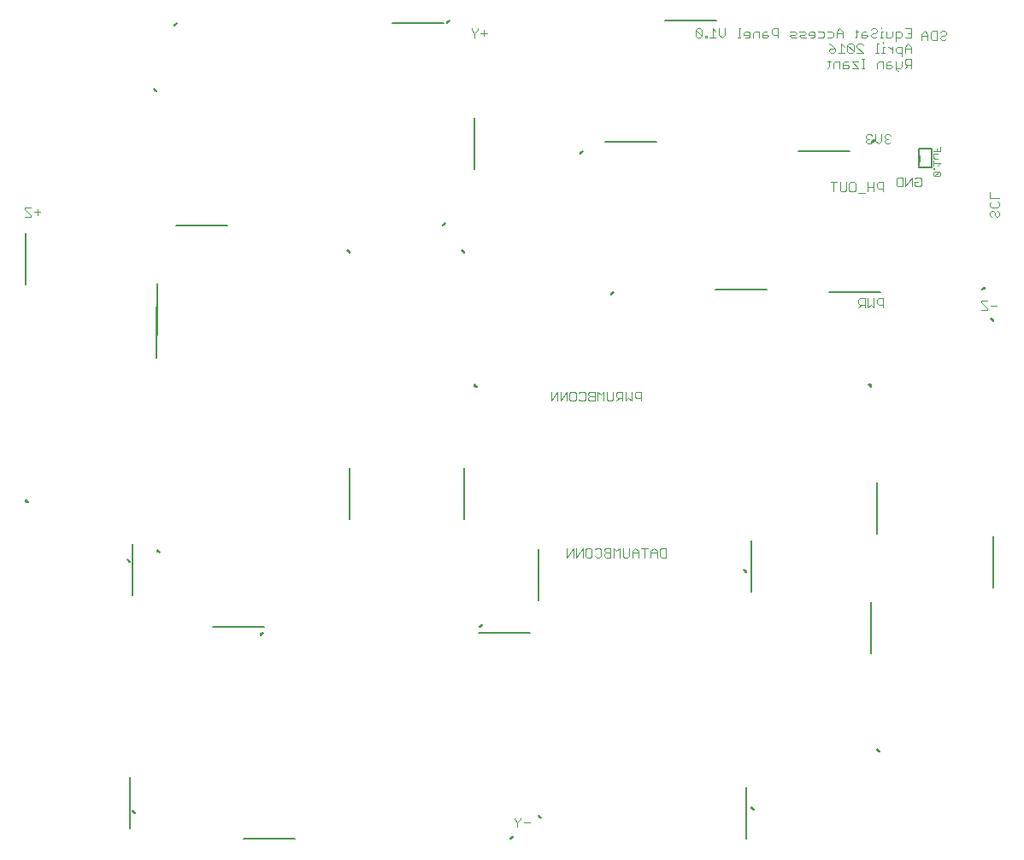
<source format=gbo>
G75*
%MOIN*%
%OFA0B0*%
%FSLAX25Y25*%
%IPPOS*%
%LPD*%
%AMOC8*
5,1,8,0,0,1.08239X$1,22.5*
%
%ADD10C,0.00300*%
%ADD11C,0.00500*%
%ADD12C,0.00600*%
%ADD13C,0.00200*%
D10*
X0261760Y0053315D02*
X0261760Y0055135D01*
X0260546Y0056349D01*
X0260546Y0056955D01*
X0261760Y0055135D02*
X0262973Y0056349D01*
X0262973Y0056955D01*
X0264171Y0055135D02*
X0266598Y0055135D01*
X0281070Y0158630D02*
X0281070Y0162270D01*
X0283496Y0162270D02*
X0281070Y0158630D01*
X0283496Y0158630D02*
X0283496Y0162270D01*
X0284695Y0162270D02*
X0284695Y0158630D01*
X0287121Y0162270D01*
X0287121Y0158630D01*
X0288320Y0159237D02*
X0288320Y0161664D01*
X0288927Y0162270D01*
X0290140Y0162270D01*
X0290747Y0161664D01*
X0290747Y0159237D01*
X0290140Y0158630D01*
X0288927Y0158630D01*
X0288320Y0159237D01*
X0291945Y0159237D02*
X0292552Y0158630D01*
X0293765Y0158630D01*
X0294372Y0159237D01*
X0294372Y0161664D01*
X0293765Y0162270D01*
X0292552Y0162270D01*
X0291945Y0161664D01*
X0295570Y0161664D02*
X0295570Y0161057D01*
X0296177Y0160450D01*
X0297997Y0160450D01*
X0297997Y0158630D02*
X0296177Y0158630D01*
X0295570Y0159237D01*
X0295570Y0159844D01*
X0296177Y0160450D01*
X0295570Y0161664D02*
X0296177Y0162270D01*
X0297997Y0162270D01*
X0297997Y0158630D01*
X0299195Y0158630D02*
X0299195Y0162270D01*
X0300409Y0161057D01*
X0301622Y0162270D01*
X0301622Y0158630D01*
X0302820Y0159237D02*
X0302820Y0162270D01*
X0305247Y0162270D02*
X0305247Y0159237D01*
X0304640Y0158630D01*
X0303427Y0158630D01*
X0302820Y0159237D01*
X0306445Y0158630D02*
X0306445Y0161057D01*
X0307659Y0162270D01*
X0308872Y0161057D01*
X0308872Y0158630D01*
X0308872Y0160450D02*
X0306445Y0160450D01*
X0310071Y0162270D02*
X0312497Y0162270D01*
X0311284Y0162270D02*
X0311284Y0158630D01*
X0313696Y0158630D02*
X0313696Y0161057D01*
X0314909Y0162270D01*
X0316123Y0161057D01*
X0316123Y0158630D01*
X0317321Y0159237D02*
X0317321Y0161664D01*
X0317928Y0162270D01*
X0319748Y0162270D01*
X0319748Y0158630D01*
X0317928Y0158630D01*
X0317321Y0159237D01*
X0316123Y0160450D02*
X0313696Y0160450D01*
X0309905Y0219654D02*
X0309905Y0223294D01*
X0308085Y0223294D01*
X0307478Y0222687D01*
X0307478Y0221474D01*
X0308085Y0220867D01*
X0309905Y0220867D01*
X0306280Y0219654D02*
X0306280Y0223294D01*
X0303853Y0223294D02*
X0303853Y0219654D01*
X0305067Y0220867D01*
X0306280Y0219654D01*
X0302655Y0219654D02*
X0302655Y0223294D01*
X0300835Y0223294D01*
X0300228Y0222687D01*
X0300228Y0221474D01*
X0300835Y0220867D01*
X0302655Y0220867D01*
X0301441Y0220867D02*
X0300228Y0219654D01*
X0299030Y0220261D02*
X0298423Y0219654D01*
X0297210Y0219654D01*
X0296603Y0220261D01*
X0296603Y0223294D01*
X0295405Y0223294D02*
X0294191Y0222081D01*
X0292978Y0223294D01*
X0292978Y0219654D01*
X0291779Y0219654D02*
X0291779Y0223294D01*
X0289959Y0223294D01*
X0289353Y0222687D01*
X0289353Y0222081D01*
X0289959Y0221474D01*
X0291779Y0221474D01*
X0289959Y0221474D02*
X0289353Y0220867D01*
X0289353Y0220261D01*
X0289959Y0219654D01*
X0291779Y0219654D01*
X0295405Y0219654D02*
X0295405Y0223294D01*
X0299030Y0223294D02*
X0299030Y0220261D01*
X0288154Y0220261D02*
X0287548Y0219654D01*
X0286334Y0219654D01*
X0285728Y0220261D01*
X0284529Y0220261D02*
X0283922Y0219654D01*
X0282709Y0219654D01*
X0282102Y0220261D01*
X0282102Y0222687D01*
X0282709Y0223294D01*
X0283922Y0223294D01*
X0284529Y0222687D01*
X0284529Y0220261D01*
X0285728Y0222687D02*
X0286334Y0223294D01*
X0287548Y0223294D01*
X0288154Y0222687D01*
X0288154Y0220261D01*
X0280904Y0219654D02*
X0280904Y0223294D01*
X0278477Y0219654D01*
X0278477Y0223294D01*
X0277279Y0223294D02*
X0274852Y0219654D01*
X0274852Y0223294D01*
X0277279Y0223294D02*
X0277279Y0219654D01*
X0385054Y0301347D02*
X0385054Y0304987D01*
X0383841Y0304987D02*
X0386268Y0304987D01*
X0387466Y0304987D02*
X0387466Y0301954D01*
X0388073Y0301347D01*
X0389286Y0301347D01*
X0389893Y0301954D01*
X0389893Y0304987D01*
X0391091Y0304380D02*
X0391698Y0304987D01*
X0392911Y0304987D01*
X0393518Y0304380D01*
X0393518Y0301954D01*
X0392911Y0301347D01*
X0391698Y0301347D01*
X0391091Y0301954D01*
X0391091Y0304380D01*
X0394716Y0300740D02*
X0397143Y0300740D01*
X0398341Y0301347D02*
X0398341Y0304987D01*
X0398341Y0303167D02*
X0400768Y0303167D01*
X0401967Y0303167D02*
X0402573Y0302560D01*
X0404393Y0302560D01*
X0404393Y0301347D02*
X0404393Y0304987D01*
X0402573Y0304987D01*
X0401967Y0304380D01*
X0401967Y0303167D01*
X0400768Y0301347D02*
X0400768Y0304987D01*
X0409480Y0303922D02*
X0409480Y0306349D01*
X0410087Y0306955D01*
X0411907Y0306955D01*
X0411907Y0303315D01*
X0410087Y0303315D01*
X0409480Y0303922D01*
X0413105Y0303315D02*
X0413105Y0306955D01*
X0415532Y0306955D02*
X0413105Y0303315D01*
X0415532Y0303315D02*
X0415532Y0306955D01*
X0416730Y0306349D02*
X0417337Y0306955D01*
X0418550Y0306955D01*
X0419157Y0306349D01*
X0419157Y0303922D01*
X0418550Y0303315D01*
X0417337Y0303315D01*
X0416730Y0303922D01*
X0416730Y0305135D01*
X0417944Y0305135D01*
X0406739Y0320048D02*
X0407346Y0320654D01*
X0406739Y0320048D02*
X0405526Y0320048D01*
X0404919Y0320654D01*
X0404919Y0321261D01*
X0405526Y0321868D01*
X0406133Y0321868D01*
X0405526Y0321868D02*
X0404919Y0322474D01*
X0404919Y0323081D01*
X0405526Y0323688D01*
X0406739Y0323688D01*
X0407346Y0323081D01*
X0403721Y0323688D02*
X0403721Y0321261D01*
X0402508Y0320048D01*
X0401294Y0321261D01*
X0401294Y0323688D01*
X0400096Y0323081D02*
X0399489Y0323688D01*
X0398276Y0323688D01*
X0397669Y0323081D01*
X0397669Y0322474D01*
X0398276Y0321868D01*
X0397669Y0321261D01*
X0397669Y0320654D01*
X0398276Y0320048D01*
X0399489Y0320048D01*
X0400096Y0320654D01*
X0398882Y0321868D02*
X0398276Y0321868D01*
X0409775Y0348362D02*
X0410382Y0348362D01*
X0409775Y0348362D02*
X0409168Y0348969D01*
X0409168Y0352002D01*
X0407363Y0352002D02*
X0406150Y0352002D01*
X0405543Y0351395D01*
X0405543Y0349575D01*
X0407363Y0349575D01*
X0407970Y0350182D01*
X0407363Y0350789D01*
X0405543Y0350789D01*
X0404345Y0352002D02*
X0402525Y0352002D01*
X0401918Y0351395D01*
X0401918Y0349575D01*
X0404345Y0349575D02*
X0404345Y0352002D01*
X0404342Y0355481D02*
X0404342Y0357907D01*
X0404949Y0357907D01*
X0406150Y0357907D02*
X0406756Y0357907D01*
X0407970Y0356694D01*
X0407970Y0355481D02*
X0407970Y0357907D01*
X0409168Y0357301D02*
X0409168Y0356087D01*
X0409775Y0355481D01*
X0411595Y0355481D01*
X0412793Y0355481D02*
X0412793Y0357907D01*
X0414007Y0359121D01*
X0415220Y0357907D01*
X0415220Y0355481D01*
X0415220Y0357301D02*
X0412793Y0357301D01*
X0411595Y0357907D02*
X0409775Y0357907D01*
X0409168Y0357301D01*
X0411595Y0357907D02*
X0411595Y0354267D01*
X0412793Y0352609D02*
X0413400Y0353215D01*
X0415220Y0353215D01*
X0415220Y0349575D01*
X0415220Y0350789D02*
X0413400Y0350789D01*
X0412793Y0351395D01*
X0412793Y0352609D01*
X0411595Y0352002D02*
X0411595Y0350182D01*
X0410988Y0349575D01*
X0409168Y0349575D01*
X0412793Y0349575D02*
X0414007Y0350789D01*
X0404949Y0355481D02*
X0403735Y0355481D01*
X0402532Y0355481D02*
X0401319Y0355481D01*
X0401925Y0355481D02*
X0401925Y0359121D01*
X0402532Y0359121D01*
X0404342Y0359121D02*
X0404342Y0359728D01*
X0404345Y0361386D02*
X0403131Y0361386D01*
X0403738Y0361386D02*
X0403738Y0363813D01*
X0404345Y0363813D01*
X0405543Y0363813D02*
X0405543Y0361386D01*
X0407363Y0361386D01*
X0407970Y0361993D01*
X0407970Y0363813D01*
X0409168Y0363813D02*
X0409168Y0360173D01*
X0409168Y0361386D02*
X0410988Y0361386D01*
X0411595Y0361993D01*
X0411595Y0363206D01*
X0410988Y0363813D01*
X0409168Y0363813D01*
X0412793Y0365026D02*
X0415220Y0365026D01*
X0415220Y0361386D01*
X0412793Y0361386D01*
X0414007Y0363206D02*
X0415220Y0363206D01*
X0419323Y0362829D02*
X0419323Y0360402D01*
X0419323Y0362222D02*
X0421749Y0362222D01*
X0421749Y0362829D02*
X0420536Y0364042D01*
X0419323Y0362829D01*
X0421749Y0362829D02*
X0421749Y0360402D01*
X0422948Y0361009D02*
X0422948Y0363435D01*
X0423554Y0364042D01*
X0425374Y0364042D01*
X0425374Y0360402D01*
X0423554Y0360402D01*
X0422948Y0361009D01*
X0426573Y0361009D02*
X0426573Y0361615D01*
X0427180Y0362222D01*
X0428393Y0362222D01*
X0429000Y0362829D01*
X0429000Y0363435D01*
X0428393Y0364042D01*
X0427180Y0364042D01*
X0426573Y0363435D01*
X0426573Y0361009D02*
X0427180Y0360402D01*
X0428393Y0360402D01*
X0429000Y0361009D01*
X0403738Y0365026D02*
X0403738Y0365633D01*
X0401928Y0364420D02*
X0401928Y0363813D01*
X0401321Y0363206D01*
X0400108Y0363206D01*
X0399501Y0362600D01*
X0399501Y0361993D01*
X0400108Y0361386D01*
X0401321Y0361386D01*
X0401928Y0361993D01*
X0401928Y0364420D02*
X0401321Y0365026D01*
X0400108Y0365026D01*
X0399501Y0364420D01*
X0397696Y0363813D02*
X0396483Y0363813D01*
X0395876Y0363206D01*
X0395876Y0361386D01*
X0397696Y0361386D01*
X0398303Y0361993D01*
X0397696Y0362600D01*
X0395876Y0362600D01*
X0394678Y0363813D02*
X0393464Y0363813D01*
X0394071Y0364420D02*
X0394071Y0361993D01*
X0393464Y0361386D01*
X0392258Y0359121D02*
X0391045Y0359121D01*
X0390438Y0358514D01*
X0392865Y0356087D01*
X0392258Y0355481D01*
X0391045Y0355481D01*
X0390438Y0356087D01*
X0390438Y0358514D01*
X0389240Y0357907D02*
X0388027Y0359121D01*
X0388027Y0355481D01*
X0389240Y0355481D02*
X0386813Y0355481D01*
X0385615Y0356087D02*
X0385615Y0357301D01*
X0383795Y0357301D01*
X0383188Y0356694D01*
X0383188Y0356087D01*
X0383795Y0355481D01*
X0385008Y0355481D01*
X0385615Y0356087D01*
X0385615Y0357301D02*
X0384401Y0358514D01*
X0383188Y0359121D01*
X0382584Y0361386D02*
X0384404Y0361386D01*
X0385011Y0361993D01*
X0385011Y0363206D01*
X0384404Y0363813D01*
X0382584Y0363813D01*
X0381385Y0363206D02*
X0381385Y0361993D01*
X0380779Y0361386D01*
X0378959Y0361386D01*
X0377760Y0361993D02*
X0377154Y0361386D01*
X0375940Y0361386D01*
X0375334Y0362600D02*
X0377760Y0362600D01*
X0377760Y0363206D02*
X0377154Y0363813D01*
X0375940Y0363813D01*
X0375334Y0363206D01*
X0375334Y0362600D01*
X0374135Y0363206D02*
X0373529Y0363813D01*
X0371708Y0363813D01*
X0370510Y0363206D02*
X0369903Y0363813D01*
X0368083Y0363813D01*
X0368690Y0362600D02*
X0369903Y0362600D01*
X0370510Y0363206D01*
X0371708Y0361993D02*
X0372315Y0362600D01*
X0373529Y0362600D01*
X0374135Y0363206D01*
X0374135Y0361386D02*
X0372315Y0361386D01*
X0371708Y0361993D01*
X0370510Y0361386D02*
X0368690Y0361386D01*
X0368083Y0361993D01*
X0368690Y0362600D01*
X0363260Y0362600D02*
X0361440Y0362600D01*
X0360833Y0363206D01*
X0360833Y0364420D01*
X0361440Y0365026D01*
X0363260Y0365026D01*
X0363260Y0361386D01*
X0359635Y0361993D02*
X0359028Y0361386D01*
X0357208Y0361386D01*
X0357208Y0363206D01*
X0357815Y0363813D01*
X0359028Y0363813D01*
X0359028Y0362600D02*
X0357208Y0362600D01*
X0356010Y0363813D02*
X0354189Y0363813D01*
X0353583Y0363206D01*
X0353583Y0361386D01*
X0352384Y0361993D02*
X0352384Y0363206D01*
X0351778Y0363813D01*
X0350564Y0363813D01*
X0349958Y0363206D01*
X0349958Y0362600D01*
X0352384Y0362600D01*
X0352384Y0361993D02*
X0351778Y0361386D01*
X0350564Y0361386D01*
X0348759Y0361386D02*
X0347546Y0361386D01*
X0348153Y0361386D02*
X0348153Y0365026D01*
X0348759Y0365026D01*
X0342717Y0365026D02*
X0342717Y0362600D01*
X0341504Y0361386D01*
X0340291Y0362600D01*
X0340291Y0365026D01*
X0339092Y0363813D02*
X0337879Y0365026D01*
X0337879Y0361386D01*
X0339092Y0361386D02*
X0336666Y0361386D01*
X0335467Y0361386D02*
X0335467Y0361993D01*
X0334860Y0361993D01*
X0334860Y0361386D01*
X0335467Y0361386D01*
X0333655Y0361993D02*
X0333048Y0361386D01*
X0331834Y0361386D01*
X0331228Y0361993D01*
X0331228Y0364420D01*
X0333655Y0361993D01*
X0333655Y0364420D01*
X0333048Y0365026D01*
X0331834Y0365026D01*
X0331228Y0364420D01*
X0356010Y0363813D02*
X0356010Y0361386D01*
X0359028Y0362600D02*
X0359635Y0361993D01*
X0377760Y0361993D02*
X0377760Y0363206D01*
X0378959Y0363813D02*
X0380779Y0363813D01*
X0381385Y0363206D01*
X0386209Y0363206D02*
X0388636Y0363206D01*
X0388636Y0363813D02*
X0387422Y0365026D01*
X0386209Y0363813D01*
X0386209Y0361386D01*
X0388636Y0361386D02*
X0388636Y0363813D01*
X0392258Y0359121D02*
X0392865Y0358514D01*
X0392865Y0356087D01*
X0394063Y0355481D02*
X0396490Y0355481D01*
X0394063Y0357907D01*
X0394063Y0358514D01*
X0394670Y0359121D01*
X0395884Y0359121D01*
X0396490Y0358514D01*
X0396488Y0353215D02*
X0396488Y0349575D01*
X0397094Y0349575D02*
X0395881Y0349575D01*
X0394678Y0349575D02*
X0392251Y0349575D01*
X0391053Y0350182D02*
X0390446Y0350789D01*
X0388626Y0350789D01*
X0388626Y0351395D02*
X0388626Y0349575D01*
X0390446Y0349575D01*
X0391053Y0350182D01*
X0390446Y0352002D02*
X0389232Y0352002D01*
X0388626Y0351395D01*
X0387427Y0352002D02*
X0385607Y0352002D01*
X0385001Y0351395D01*
X0385001Y0349575D01*
X0383196Y0350182D02*
X0382589Y0349575D01*
X0383196Y0350182D02*
X0383196Y0352609D01*
X0383802Y0352002D02*
X0382589Y0352002D01*
X0387427Y0352002D02*
X0387427Y0349575D01*
X0392251Y0352002D02*
X0394678Y0349575D01*
X0394678Y0352002D02*
X0392251Y0352002D01*
X0395881Y0353215D02*
X0397094Y0353215D01*
X0446032Y0301133D02*
X0446032Y0298706D01*
X0449672Y0298706D01*
X0449065Y0297508D02*
X0449672Y0296901D01*
X0449672Y0295687D01*
X0449065Y0295081D01*
X0446639Y0295081D01*
X0446032Y0295687D01*
X0446032Y0296901D01*
X0446639Y0297508D01*
X0446639Y0293882D02*
X0446032Y0293276D01*
X0446032Y0292062D01*
X0446639Y0291456D01*
X0447852Y0292062D02*
X0447852Y0293276D01*
X0447245Y0293882D01*
X0446639Y0293882D01*
X0447852Y0292062D02*
X0448459Y0291456D01*
X0449065Y0291456D01*
X0449672Y0292062D01*
X0449672Y0293276D01*
X0449065Y0293882D01*
X0404393Y0259711D02*
X0402573Y0259711D01*
X0401967Y0259105D01*
X0401967Y0257891D01*
X0402573Y0257285D01*
X0404393Y0257285D01*
X0404393Y0256071D02*
X0404393Y0259711D01*
X0400768Y0259711D02*
X0400768Y0256071D01*
X0399555Y0257285D01*
X0398341Y0256071D01*
X0398341Y0259711D01*
X0397143Y0259711D02*
X0395323Y0259711D01*
X0394716Y0259105D01*
X0394716Y0257891D01*
X0395323Y0257285D01*
X0397143Y0257285D01*
X0395930Y0257285D02*
X0394716Y0256071D01*
X0397143Y0256071D02*
X0397143Y0259711D01*
X0442633Y0258727D02*
X0442633Y0258120D01*
X0445060Y0255694D01*
X0445060Y0255087D01*
X0442633Y0255087D01*
X0442633Y0258727D02*
X0445060Y0258727D01*
X0446258Y0256907D02*
X0448685Y0256907D01*
X0249866Y0363206D02*
X0247439Y0363206D01*
X0246241Y0364420D02*
X0245027Y0363206D01*
X0245027Y0361386D01*
X0245027Y0363206D02*
X0243814Y0364420D01*
X0243814Y0365026D01*
X0246241Y0365026D02*
X0246241Y0364420D01*
X0248652Y0364420D02*
X0248652Y0361993D01*
X0075653Y0293324D02*
X0073226Y0293324D01*
X0072028Y0292111D02*
X0072028Y0291504D01*
X0069601Y0291504D01*
X0072028Y0292111D02*
X0069601Y0294538D01*
X0069601Y0295144D01*
X0072028Y0295144D01*
X0074440Y0294538D02*
X0074440Y0292111D01*
D11*
X0110567Y0072654D02*
X0110567Y0052654D01*
X0110567Y0072654D01*
X0110567Y0053654D01*
X0110567Y0072654D01*
X0111709Y0059756D02*
X0112709Y0058756D01*
X0112450Y0058790D01*
X0112209Y0058890D01*
X0112002Y0059049D01*
X0111843Y0059256D01*
X0111743Y0059497D01*
X0111709Y0059756D01*
X0111711Y0059735D02*
X0111729Y0059735D01*
X0111857Y0059237D02*
X0112228Y0059237D01*
X0154858Y0048717D02*
X0174858Y0048717D01*
X0155858Y0048717D01*
X0174858Y0048717D01*
X0154858Y0048717D01*
X0258858Y0048717D02*
X0259858Y0049717D01*
X0259824Y0049458D01*
X0259724Y0049217D01*
X0259565Y0049009D01*
X0259358Y0048851D01*
X0259117Y0048751D01*
X0258858Y0048717D01*
X0258910Y0048768D02*
X0259159Y0048768D01*
X0259408Y0049267D02*
X0259745Y0049267D01*
X0270265Y0057243D02*
X0270678Y0057243D01*
X0270476Y0057079D02*
X0270269Y0057238D01*
X0270110Y0057445D01*
X0270010Y0057686D01*
X0269976Y0057945D01*
X0270976Y0056945D01*
X0270718Y0056979D01*
X0270476Y0057079D01*
X0270180Y0057741D02*
X0270003Y0057741D01*
X0350921Y0049717D02*
X0350921Y0068717D01*
X0350921Y0048717D01*
X0350921Y0068717D01*
X0350921Y0049717D01*
X0353788Y0060089D02*
X0353547Y0060189D01*
X0353340Y0060348D01*
X0353181Y0060555D01*
X0353081Y0060796D01*
X0353047Y0061055D01*
X0354047Y0060055D01*
X0353788Y0060089D01*
X0353868Y0060234D02*
X0353489Y0060234D01*
X0353370Y0060732D02*
X0353108Y0060732D01*
X0402197Y0083193D02*
X0402097Y0083434D01*
X0402063Y0083693D01*
X0403063Y0082693D01*
X0402804Y0082727D01*
X0402563Y0082827D01*
X0402356Y0082986D01*
X0402197Y0083193D01*
X0402218Y0083165D02*
X0402590Y0083165D01*
X0402092Y0083664D02*
X0402067Y0083664D01*
X0399740Y0121236D02*
X0399740Y0141236D01*
X0399740Y0122236D01*
X0399740Y0141236D01*
X0399740Y0121236D01*
X0353047Y0145055D02*
X0353047Y0164055D01*
X0353047Y0145055D01*
X0353047Y0165055D01*
X0353047Y0145055D01*
X0350921Y0152717D02*
X0349921Y0153717D01*
X0350180Y0153682D01*
X0350421Y0153583D01*
X0350628Y0153424D01*
X0350787Y0153217D01*
X0350887Y0152975D01*
X0350921Y0152717D01*
X0350890Y0152957D02*
X0350681Y0152957D01*
X0350587Y0153456D02*
X0350182Y0153456D01*
X0402063Y0167693D02*
X0402063Y0186693D01*
X0402063Y0167693D01*
X0402063Y0187693D01*
X0402063Y0167693D01*
X0447181Y0166827D02*
X0447181Y0147827D01*
X0447181Y0166827D01*
X0447181Y0146827D01*
X0447181Y0166827D01*
X0399740Y0225236D02*
X0398740Y0226236D01*
X0398999Y0226202D01*
X0399240Y0226102D01*
X0399447Y0225943D01*
X0399606Y0225736D01*
X0399706Y0225495D01*
X0399740Y0225236D01*
X0399740Y0225241D02*
X0399735Y0225241D01*
X0399604Y0225740D02*
X0399237Y0225740D01*
X0402244Y0262142D02*
X0383244Y0262142D01*
X0403244Y0262142D01*
X0383244Y0262142D01*
X0402244Y0262142D01*
X0359071Y0263283D02*
X0340071Y0263283D01*
X0359071Y0263283D01*
X0339071Y0263283D01*
X0359071Y0263283D01*
X0299244Y0262142D02*
X0298244Y0261142D01*
X0298278Y0261401D01*
X0298378Y0261642D01*
X0298537Y0261849D01*
X0298744Y0262008D01*
X0298985Y0262108D01*
X0299244Y0262142D01*
X0299233Y0262131D02*
X0299163Y0262131D01*
X0298735Y0261632D02*
X0298374Y0261632D01*
X0245780Y0225094D02*
X0244780Y0226094D01*
X0244814Y0225836D01*
X0244913Y0225594D01*
X0245072Y0225387D01*
X0245280Y0225228D01*
X0245521Y0225129D01*
X0245780Y0225094D01*
X0245633Y0225241D02*
X0245263Y0225241D01*
X0245134Y0225740D02*
X0244853Y0225740D01*
X0240882Y0193559D02*
X0240882Y0174559D01*
X0240882Y0193559D01*
X0240882Y0173559D01*
X0240882Y0193559D01*
X0269976Y0161945D02*
X0269976Y0141945D01*
X0269976Y0160945D01*
X0269976Y0141945D01*
X0269976Y0161945D01*
X0247890Y0132394D02*
X0246890Y0131394D01*
X0247149Y0131428D01*
X0247390Y0131528D01*
X0247597Y0131687D01*
X0247756Y0131894D01*
X0247856Y0132135D01*
X0247890Y0132394D01*
X0247808Y0132020D02*
X0247516Y0132020D01*
X0247374Y0131521D02*
X0247017Y0131521D01*
X0246591Y0129268D02*
X0265591Y0129268D01*
X0246591Y0129268D01*
X0266591Y0129268D01*
X0246591Y0129268D01*
X0196394Y0173402D02*
X0196394Y0193402D01*
X0196394Y0174402D01*
X0196394Y0193402D01*
X0196394Y0173402D01*
X0162890Y0131394D02*
X0142890Y0131394D01*
X0162890Y0131394D01*
X0143890Y0131394D01*
X0162890Y0131394D01*
X0162591Y0129268D02*
X0161591Y0128268D01*
X0161625Y0128527D01*
X0161725Y0128768D01*
X0161883Y0128975D01*
X0162091Y0129134D01*
X0162332Y0129234D01*
X0162591Y0129268D01*
X0162351Y0129028D02*
X0161953Y0129028D01*
X0161853Y0128530D02*
X0161626Y0128530D01*
X0122157Y0160606D02*
X0121157Y0161606D01*
X0121192Y0161347D01*
X0121291Y0161106D01*
X0121450Y0160899D01*
X0121657Y0160740D01*
X0121899Y0160640D01*
X0122157Y0160606D01*
X0121831Y0160933D02*
X0121424Y0160933D01*
X0121332Y0161432D02*
X0121180Y0161432D01*
X0111709Y0162756D02*
X0111709Y0143756D01*
X0111709Y0163756D01*
X0111709Y0143756D01*
X0111709Y0162756D01*
X0109826Y0157619D02*
X0110067Y0157520D01*
X0110274Y0157361D01*
X0110433Y0157154D01*
X0110533Y0156912D01*
X0110567Y0156654D01*
X0109567Y0157654D01*
X0109826Y0157619D01*
X0109777Y0157444D02*
X0110166Y0157444D01*
X0110275Y0156945D02*
X0110519Y0156945D01*
X0070780Y0180134D02*
X0069780Y0181134D01*
X0069814Y0180875D01*
X0069913Y0180634D01*
X0070072Y0180427D01*
X0070280Y0180268D01*
X0070521Y0180168D01*
X0070780Y0180134D01*
X0070538Y0180375D02*
X0070140Y0180375D01*
X0070040Y0180874D02*
X0069814Y0180874D01*
X0120803Y0236394D02*
X0120803Y0256394D01*
X0120803Y0237394D01*
X0120803Y0256394D01*
X0120803Y0236394D01*
X0121157Y0245606D02*
X0121157Y0264606D01*
X0121157Y0245606D01*
X0121157Y0265606D01*
X0121157Y0245606D01*
X0069780Y0265134D02*
X0069780Y0284134D01*
X0069780Y0265134D01*
X0069780Y0285134D01*
X0069780Y0265134D01*
X0128441Y0288283D02*
X0148441Y0288283D01*
X0129441Y0288283D01*
X0148441Y0288283D01*
X0128441Y0288283D01*
X0195394Y0278402D02*
X0196394Y0277402D01*
X0196360Y0277660D01*
X0196260Y0277902D01*
X0196101Y0278109D01*
X0195894Y0278268D01*
X0195653Y0278367D01*
X0195394Y0278402D01*
X0195712Y0278083D02*
X0196120Y0278083D01*
X0196210Y0277585D02*
X0196370Y0277585D01*
X0232441Y0288283D02*
X0233441Y0289283D01*
X0233407Y0289025D01*
X0233307Y0288783D01*
X0233148Y0288576D01*
X0232941Y0288417D01*
X0232700Y0288318D01*
X0232441Y0288283D01*
X0232710Y0288552D02*
X0233116Y0288552D01*
X0233208Y0289051D02*
X0233410Y0289051D01*
X0239882Y0278559D02*
X0240882Y0277559D01*
X0240848Y0277818D01*
X0240748Y0278059D01*
X0240589Y0278266D01*
X0240382Y0278425D01*
X0240141Y0278525D01*
X0239882Y0278559D01*
X0240358Y0278083D02*
X0240729Y0278083D01*
X0240856Y0277585D02*
X0240878Y0277585D01*
X0244780Y0310094D02*
X0244780Y0329094D01*
X0244780Y0310094D01*
X0244780Y0330094D01*
X0244780Y0310094D01*
X0286276Y0316260D02*
X0287276Y0317260D01*
X0287017Y0317226D01*
X0286776Y0317126D01*
X0286568Y0316967D01*
X0286410Y0316760D01*
X0286310Y0316519D01*
X0286276Y0316260D01*
X0286303Y0316469D02*
X0286484Y0316469D01*
X0286569Y0316967D02*
X0286983Y0316967D01*
X0295921Y0320764D02*
X0315921Y0320764D01*
X0296921Y0320764D01*
X0315921Y0320764D01*
X0295921Y0320764D01*
X0319110Y0368047D02*
X0338110Y0368047D01*
X0319110Y0368047D01*
X0339110Y0368047D01*
X0319110Y0368047D01*
X0371276Y0317260D02*
X0390276Y0317260D01*
X0371276Y0317260D01*
X0391276Y0317260D01*
X0371276Y0317260D01*
X0399921Y0320764D02*
X0400921Y0321764D01*
X0400887Y0321505D01*
X0400787Y0321264D01*
X0400628Y0321057D01*
X0400421Y0320898D01*
X0400180Y0320798D01*
X0399921Y0320764D01*
X0400113Y0320955D02*
X0400496Y0320955D01*
X0400611Y0321454D02*
X0400866Y0321454D01*
X0418243Y0318046D02*
X0418243Y0310846D01*
X0423343Y0310846D01*
X0423343Y0318046D01*
X0418243Y0318046D01*
X0444071Y0264283D02*
X0443071Y0263283D01*
X0443330Y0263318D01*
X0443571Y0263417D01*
X0443778Y0263576D01*
X0443937Y0263783D01*
X0444037Y0264025D01*
X0444071Y0264283D01*
X0444050Y0264125D02*
X0443912Y0264125D01*
X0443816Y0263627D02*
X0443414Y0263627D01*
X0446181Y0251827D02*
X0447181Y0250827D01*
X0447147Y0251086D01*
X0447047Y0251327D01*
X0446888Y0251534D01*
X0446681Y0251693D01*
X0446440Y0251793D01*
X0446181Y0251827D01*
X0446346Y0251662D02*
X0446721Y0251662D01*
X0446844Y0251164D02*
X0447115Y0251164D01*
X0235110Y0368047D02*
X0234110Y0367047D01*
X0234144Y0367306D01*
X0234244Y0367547D01*
X0234403Y0367754D01*
X0234610Y0367913D01*
X0234851Y0368013D01*
X0235110Y0368047D01*
X0234878Y0367815D02*
X0234483Y0367815D01*
X0234380Y0367317D02*
X0234149Y0367317D01*
X0232969Y0367063D02*
X0212969Y0367063D01*
X0231969Y0367063D01*
X0212969Y0367063D01*
X0232969Y0367063D01*
X0128969Y0367063D02*
X0127969Y0366063D01*
X0128003Y0366322D01*
X0128102Y0366563D01*
X0128261Y0366770D01*
X0128469Y0366929D01*
X0128710Y0367029D01*
X0128969Y0367063D01*
X0128724Y0366818D02*
X0128324Y0366818D01*
X0128225Y0366320D02*
X0128002Y0366320D01*
X0120062Y0341360D02*
X0120303Y0341260D01*
X0120510Y0341101D01*
X0120669Y0340894D01*
X0120769Y0340653D01*
X0120803Y0340394D01*
X0119803Y0341394D01*
X0120062Y0341360D01*
X0120301Y0340896D02*
X0120668Y0340896D01*
X0120800Y0340397D02*
X0120803Y0340397D01*
D12*
X0418480Y0315528D02*
X0418480Y0313165D01*
X0423205Y0313165D02*
X0423205Y0315528D01*
D13*
X0423799Y0316146D02*
X0425667Y0316146D01*
X0425200Y0317040D02*
X0425200Y0317974D01*
X0423799Y0317040D02*
X0426601Y0317040D01*
X0426601Y0318908D01*
X0423799Y0316146D02*
X0423799Y0314745D01*
X0424266Y0314278D01*
X0425667Y0314278D01*
X0426601Y0312449D02*
X0423799Y0312449D01*
X0423799Y0311515D02*
X0423799Y0313383D01*
X0425667Y0311515D02*
X0426601Y0312449D01*
X0424266Y0310601D02*
X0424266Y0310134D01*
X0423799Y0310134D01*
X0423799Y0310601D01*
X0424266Y0310601D01*
X0424266Y0309240D02*
X0423799Y0308773D01*
X0423799Y0307839D01*
X0424266Y0307372D01*
X0426134Y0309240D01*
X0424266Y0309240D01*
X0426134Y0309240D02*
X0426601Y0308773D01*
X0426601Y0307839D01*
X0426134Y0307372D01*
X0424266Y0307372D01*
M02*

</source>
